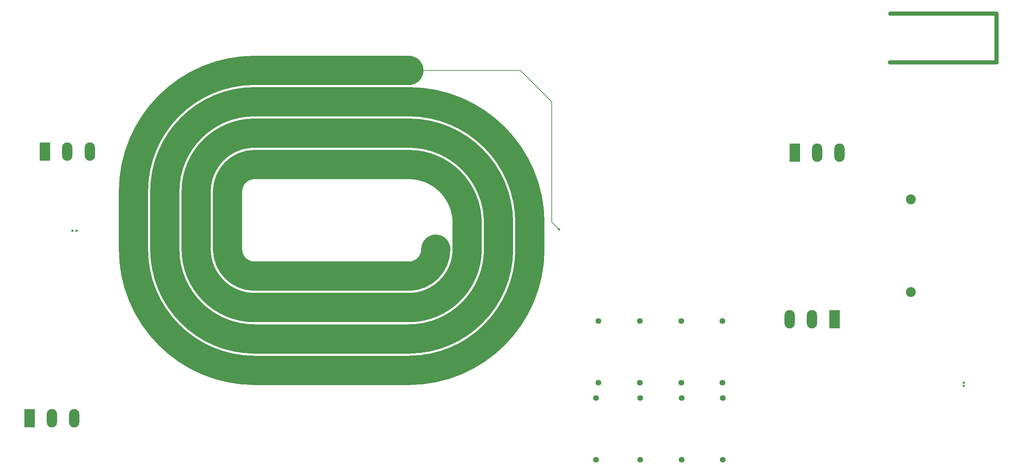
<source format=gbr>
%TF.GenerationSoftware,KiCad,Pcbnew,9.0.3*%
%TF.CreationDate,2025-09-15T08:34:33+02:00*%
%TF.ProjectId,TEST_creat_foder,54455354-5f63-4726-9561-745f666f6465,rev?*%
%TF.SameCoordinates,Original*%
%TF.FileFunction,Copper,L2,Inr*%
%TF.FilePolarity,Positive*%
%FSLAX46Y46*%
G04 Gerber Fmt 4.6, Leading zero omitted, Abs format (unit mm)*
G04 Created by KiCad (PCBNEW 9.0.3) date 2025-09-15 08:34:33*
%MOMM*%
%LPD*%
G01*
G04 APERTURE LIST*
G04 Aperture macros list*
%AMRoundRect*
0 Rectangle with rounded corners*
0 $1 Rounding radius*
0 $2 $3 $4 $5 $6 $7 $8 $9 X,Y pos of 4 corners*
0 Add a 4 corners polygon primitive as box body*
4,1,4,$2,$3,$4,$5,$6,$7,$8,$9,$2,$3,0*
0 Add four circle primitives for the rounded corners*
1,1,$1+$1,$2,$3*
1,1,$1+$1,$4,$5*
1,1,$1+$1,$6,$7*
1,1,$1+$1,$8,$9*
0 Add four rect primitives between the rounded corners*
20,1,$1+$1,$2,$3,$4,$5,0*
20,1,$1+$1,$4,$5,$6,$7,0*
20,1,$1+$1,$6,$7,$8,$9,0*
20,1,$1+$1,$8,$9,$2,$3,0*%
G04 Aperture macros list end*
%TA.AperFunction,EtchedComponent*%
%ADD10C,7.125000*%
%TD*%
%TA.AperFunction,EtchedComponent*%
%ADD11C,1.000000*%
%TD*%
%TA.AperFunction,ComponentPad*%
%ADD12C,1.400000*%
%TD*%
%TA.AperFunction,ComponentPad*%
%ADD13R,2.500000X4.500000*%
%TD*%
%TA.AperFunction,ComponentPad*%
%ADD14O,2.500000X4.500000*%
%TD*%
%TA.AperFunction,ComponentPad*%
%ADD15C,2.400000*%
%TD*%
%TA.AperFunction,Conductor*%
%ADD16RoundRect,0.252000X-0.448000X0.748000X-0.448000X-0.748000X0.448000X-0.748000X0.448000X0.748000X0*%
%TD*%
%TA.AperFunction,ViaPad*%
%ADD17C,0.600000*%
%TD*%
%TA.AperFunction,Conductor*%
%ADD18C,0.200000*%
%TD*%
G04 APERTURE END LIST*
D10*
%TO.C,T3*%
X201000000Y-110637500D02*
X163500000Y-110637500D01*
X201000000Y-118262500D02*
X163500000Y-118262500D01*
X201000000Y-125887500D02*
X163500000Y-125887500D01*
X201000000Y-133512500D02*
X163500000Y-133512500D01*
X156937500Y-140075000D02*
X156937500Y-154075000D01*
X149312500Y-140075000D02*
X149312500Y-154075000D01*
X141687500Y-140075000D02*
X141687500Y-154075000D01*
X134062500Y-140075000D02*
X134062500Y-154075000D01*
X230437500Y-154075000D02*
X230437500Y-147700000D01*
X222812500Y-154075000D02*
X222812500Y-147700000D01*
X215187500Y-154075000D02*
X215187500Y-147700000D01*
X163500000Y-160637500D02*
X201000000Y-160637500D01*
X163500000Y-168262500D02*
X201000000Y-168262500D01*
X163500000Y-175887500D02*
X201000000Y-175887500D01*
X163500000Y-183512500D02*
X201000000Y-183512500D01*
X201000000Y-118262500D02*
G75*
G02*
X230437500Y-147700000I0J-29437500D01*
G01*
X201000000Y-125887500D02*
G75*
G02*
X222812500Y-147700000I0J-21812500D01*
G01*
X201000000Y-133512500D02*
G75*
G02*
X215187500Y-147700000I0J-14187500D01*
G01*
X156937500Y-140075000D02*
G75*
G02*
X163500000Y-133512500I6562500J0D01*
G01*
X149312500Y-140075000D02*
G75*
G02*
X163500000Y-125887500I14187500J0D01*
G01*
X141687500Y-140075000D02*
G75*
G02*
X163500000Y-118262500I21812500J0D01*
G01*
X134062500Y-140075000D02*
G75*
G02*
X163500000Y-110637500I29437500J0D01*
G01*
X230437500Y-154075000D02*
G75*
G02*
X201000000Y-183512500I-29437500J0D01*
G01*
X222812500Y-154075000D02*
G75*
G02*
X201000000Y-175887500I-21812500J0D01*
G01*
X215187500Y-154075000D02*
G75*
G02*
X201000000Y-168262500I-14187500J0D01*
G01*
X207562500Y-154075000D02*
G75*
G02*
X201000000Y-160637500I-6562500J0D01*
G01*
X163500000Y-160637500D02*
G75*
G02*
X156937500Y-154075000I0J6562500D01*
G01*
X163500000Y-168262500D02*
G75*
G02*
X149312500Y-154075000I0J14187500D01*
G01*
X163500000Y-175887500D02*
G75*
G02*
X141687500Y-154075000I0J21812500D01*
G01*
X163500000Y-183512500D02*
G75*
G02*
X134062500Y-154075000I0J29437500D01*
G01*
D11*
%TO.C,T2*%
X343887500Y-96810000D02*
X343887500Y-108660000D01*
X318012500Y-96810000D02*
X343887500Y-96810000D01*
X343887500Y-108660000D02*
X317942500Y-108660000D01*
%TD*%
D12*
%TO.N,Net-(T3-AB)*%
%TO.C,C78*%
X247100000Y-171500000D03*
%TO.N,HVN1*%
X247100000Y-186500000D03*
%TD*%
D13*
%TO.N,G_P_1*%
%TO.C,Q1*%
X294800000Y-130610000D03*
D14*
%TO.N,HVP1*%
X300250000Y-130610000D03*
%TO.N,S_P_1*%
X305700000Y-130610000D03*
%TD*%
D12*
%TO.N,Net-(T3-AB)*%
%TO.C,C74*%
X246500000Y-190250000D03*
%TO.N,HVN1*%
X246500000Y-205250000D03*
%TD*%
%TO.N,Net-(T3-AB)*%
%TO.C,C76*%
X267200000Y-171500000D03*
%TO.N,HVN1*%
X267200000Y-186500000D03*
%TD*%
D13*
%TO.N,G_S_1*%
%TO.C,Q3*%
X112550000Y-130390000D03*
D14*
%TO.N,D_S_1*%
X118000000Y-130390000D03*
%TO.N,con_gnd*%
X123450000Y-130390000D03*
%TD*%
D15*
%TO.N,HVP1*%
%TO.C,Cdc1*%
X323000000Y-142000000D03*
%TO.N,HVN1*%
X323000000Y-164500000D03*
%TD*%
D12*
%TO.N,Net-(T3-AB)*%
%TO.C,C77*%
X257150000Y-171500000D03*
%TO.N,HVN1*%
X257150000Y-186500000D03*
%TD*%
%TO.N,Net-(T3-AB)*%
%TO.C,C72*%
X267300000Y-190250000D03*
%TO.N,HVN1*%
X267300000Y-205250000D03*
%TD*%
D13*
%TO.N,G_S_2*%
%TO.C,Q4*%
X108800000Y-195110000D03*
D14*
%TO.N,D_S_2*%
X114250000Y-195110000D03*
%TO.N,con_gnd*%
X119700000Y-195110000D03*
%TD*%
D16*
%TO.N,Net-(T3-AA)*%
%TO.C,T3*%
X207562500Y-154075000D03*
%TO.N,Net-(T3-AB)*%
X201000000Y-110637500D03*
%TD*%
D13*
%TO.N,G_P_2*%
%TO.C,Q2*%
X304450000Y-171140000D03*
D14*
%TO.N,S_P_1*%
X299000000Y-171140000D03*
%TO.N,HVN1*%
X293550000Y-171140000D03*
%TD*%
D12*
%TO.N,Net-(T3-AB)*%
%TO.C,C21*%
X277350000Y-190250000D03*
%TO.N,HVN1*%
X277350000Y-205250000D03*
%TD*%
%TO.N,Net-(T3-AB)*%
%TO.C,C73*%
X257250000Y-190250000D03*
%TO.N,HVN1*%
X257250000Y-205250000D03*
%TD*%
%TO.N,Net-(T3-AB)*%
%TO.C,C75*%
X277250000Y-171500000D03*
%TO.N,HVN1*%
X277250000Y-186500000D03*
%TD*%
D17*
%TO.N,Net-(T3-AB)*%
X237500000Y-149250000D03*
%TO.N,*%
X120250000Y-149575000D03*
X119250000Y-149575000D03*
X335925000Y-186500000D03*
X335925000Y-187250000D03*
%TD*%
D18*
%TO.N,Net-(T3-AB)*%
X235750000Y-118250000D02*
X228137500Y-110637500D01*
X235750000Y-147500000D02*
X235750000Y-118250000D01*
X237500000Y-149250000D02*
X235750000Y-147500000D01*
X228137500Y-110637500D02*
X204863500Y-110637500D01*
%TD*%
M02*

</source>
